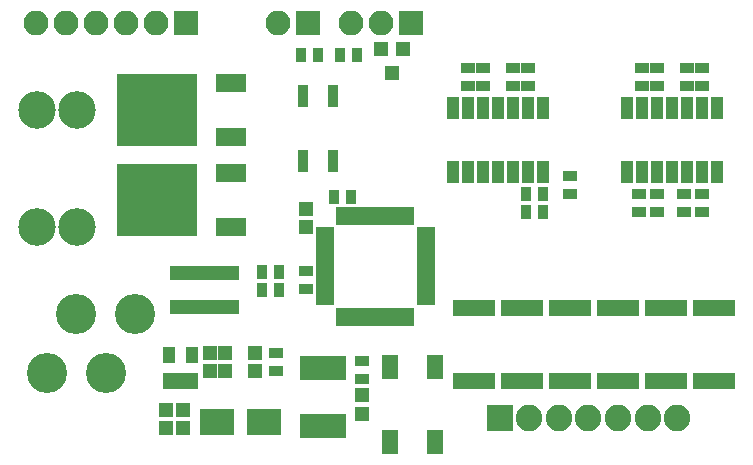
<source format=gbr>
G04 #@! TF.FileFunction,Soldermask,Top*
%FSLAX46Y46*%
G04 Gerber Fmt 4.6, Leading zero omitted, Abs format (unit mm)*
G04 Created by KiCad (PCBNEW 4.0.7) date 05/04/18 22:17:42*
%MOMM*%
%LPD*%
G01*
G04 APERTURE LIST*
%ADD10C,0.100000*%
%ADD11R,1.200000X1.150000*%
%ADD12R,1.150000X1.200000*%
%ADD13R,2.900000X2.200000*%
%ADD14R,1.200000X1.200000*%
%ADD15R,1.200000X1.300000*%
%ADD16R,3.900000X2.000000*%
%ADD17C,3.180000*%
%ADD18R,2.250000X2.250000*%
%ADD19C,2.250000*%
%ADD20C,3.400000*%
%ADD21R,2.100000X2.100000*%
%ADD22O,2.100000X2.100000*%
%ADD23R,2.600000X1.600000*%
%ADD24R,6.800000X6.200000*%
%ADD25R,3.600000X1.400000*%
%ADD26R,1.300000X0.900000*%
%ADD27R,0.900000X1.300000*%
%ADD28R,2.100000X1.300000*%
%ADD29R,1.400000X2.100000*%
%ADD30R,1.000000X1.900000*%
%ADD31R,1.050000X1.460000*%
%ADD32R,0.950000X1.850000*%
%ADD33R,1.600000X1.000000*%
%ADD34R,1.000000X1.600000*%
G04 APERTURE END LIST*
D10*
D11*
X55130000Y-75184000D03*
X56630000Y-75184000D03*
X56630000Y-73660000D03*
X55130000Y-73660000D03*
D12*
X58928000Y-68846000D03*
X58928000Y-70346000D03*
X60198000Y-70346000D03*
X60198000Y-68846000D03*
X67056000Y-56654000D03*
X67056000Y-58154000D03*
X62738000Y-70346000D03*
X62738000Y-68846000D03*
D13*
X63468000Y-74676000D03*
X59468000Y-74676000D03*
D14*
X71755000Y-72352000D03*
X71755000Y-73952000D03*
D15*
X75245000Y-43069000D03*
X73345000Y-43069000D03*
X74295000Y-45069000D03*
D16*
X68453000Y-74957000D03*
X68453000Y-70077000D03*
D17*
X47625000Y-48260000D03*
X44225000Y-48260000D03*
X47625000Y-58180000D03*
X44225000Y-58180000D03*
D18*
X83439000Y-74295000D03*
D19*
X85939000Y-74295000D03*
X88439000Y-74295000D03*
X90939000Y-74295000D03*
X93439000Y-74295000D03*
X95939000Y-74295000D03*
X98439000Y-74295000D03*
D20*
X52584360Y-65483740D03*
X50085000Y-70485000D03*
X45085000Y-70485000D03*
X47584360Y-65483740D03*
D21*
X67183000Y-40894000D03*
D22*
X64643000Y-40894000D03*
D21*
X56896000Y-40894000D03*
D22*
X54356000Y-40894000D03*
X51816000Y-40894000D03*
X49276000Y-40894000D03*
X46736000Y-40894000D03*
X44196000Y-40894000D03*
D21*
X75946000Y-40894000D03*
D22*
X73406000Y-40894000D03*
X70866000Y-40894000D03*
D23*
X60715000Y-50540000D03*
X60715000Y-45980000D03*
D24*
X54415000Y-48260000D03*
D23*
X60715000Y-58160000D03*
X60715000Y-53600000D03*
D24*
X54415000Y-55880000D03*
D25*
X81280000Y-71172000D03*
X81280000Y-64972000D03*
X85344000Y-71172000D03*
X85344000Y-64972000D03*
X89408000Y-71172000D03*
X89408000Y-64972000D03*
X93472000Y-71172000D03*
X93472000Y-64972000D03*
X97536000Y-71172000D03*
X97536000Y-64972000D03*
X101600000Y-71172000D03*
X101600000Y-64972000D03*
D26*
X99314000Y-46216000D03*
X99314000Y-44716000D03*
X100584000Y-46216000D03*
X100584000Y-44716000D03*
X96774000Y-46216000D03*
X96774000Y-44716000D03*
X95504000Y-46216000D03*
X95504000Y-44716000D03*
X96774000Y-55384000D03*
X96774000Y-56884000D03*
X95250000Y-55384000D03*
X95250000Y-56884000D03*
X99060000Y-55384000D03*
X99060000Y-56884000D03*
X100584000Y-55384000D03*
X100584000Y-56884000D03*
X84582000Y-46216000D03*
X84582000Y-44716000D03*
X85852000Y-46216000D03*
X85852000Y-44716000D03*
X82042000Y-46216000D03*
X82042000Y-44716000D03*
X80772000Y-46216000D03*
X80772000Y-44716000D03*
D27*
X85610000Y-56896000D03*
X87110000Y-56896000D03*
D26*
X89408000Y-55360000D03*
X89408000Y-53860000D03*
D27*
X87110000Y-55372000D03*
X85610000Y-55372000D03*
D26*
X71755000Y-69481000D03*
X71755000Y-70981000D03*
X67056000Y-63361000D03*
X67056000Y-61861000D03*
D27*
X70854000Y-55626000D03*
X69354000Y-55626000D03*
X64758000Y-61976000D03*
X63258000Y-61976000D03*
X64758000Y-63500000D03*
X63258000Y-63500000D03*
D28*
X58420000Y-64950000D03*
X58420000Y-62050000D03*
X60325000Y-64950000D03*
X60325000Y-62050000D03*
X56515000Y-64950000D03*
X56515000Y-62050000D03*
D27*
X66560000Y-43561000D03*
X68060000Y-43561000D03*
X69862000Y-43561000D03*
X71362000Y-43561000D03*
D26*
X64516000Y-70346000D03*
X64516000Y-68846000D03*
D29*
X74173000Y-76302000D03*
X74173000Y-70002000D03*
X77973000Y-76302000D03*
X77973000Y-70002000D03*
D30*
X101854000Y-48100000D03*
X100584000Y-48100000D03*
X99314000Y-48100000D03*
X98044000Y-48100000D03*
X96774000Y-48100000D03*
X95504000Y-48100000D03*
X94234000Y-48100000D03*
X94234000Y-53500000D03*
X95504000Y-53500000D03*
X96774000Y-53500000D03*
X98044000Y-53500000D03*
X99314000Y-53500000D03*
X100584000Y-53500000D03*
X101854000Y-53500000D03*
X87122000Y-48100000D03*
X85852000Y-48100000D03*
X84582000Y-48100000D03*
X83312000Y-48100000D03*
X82042000Y-48100000D03*
X80772000Y-48100000D03*
X79502000Y-48100000D03*
X79502000Y-53500000D03*
X80772000Y-53500000D03*
X82042000Y-53500000D03*
X83312000Y-53500000D03*
X84582000Y-53500000D03*
X85852000Y-53500000D03*
X87122000Y-53500000D03*
D31*
X55438000Y-71204000D03*
X56388000Y-71204000D03*
X57338000Y-71204000D03*
X57338000Y-69004000D03*
X55438000Y-69004000D03*
D32*
X69342000Y-47034000D03*
X66802000Y-47034000D03*
X66802000Y-52534000D03*
X69342000Y-52534000D03*
D33*
X68648000Y-58668000D03*
X68648000Y-59468000D03*
X68648000Y-60268000D03*
X68648000Y-61068000D03*
X68648000Y-61868000D03*
X68648000Y-62668000D03*
X68648000Y-63468000D03*
X68648000Y-64268000D03*
D34*
X70098000Y-65718000D03*
X70898000Y-65718000D03*
X71698000Y-65718000D03*
X72498000Y-65718000D03*
X73298000Y-65718000D03*
X74098000Y-65718000D03*
X74898000Y-65718000D03*
X75698000Y-65718000D03*
D33*
X77148000Y-64268000D03*
X77148000Y-63468000D03*
X77148000Y-62668000D03*
X77148000Y-61868000D03*
X77148000Y-61068000D03*
X77148000Y-60268000D03*
X77148000Y-59468000D03*
X77148000Y-58668000D03*
D34*
X75698000Y-57218000D03*
X74898000Y-57218000D03*
X74098000Y-57218000D03*
X73298000Y-57218000D03*
X72498000Y-57218000D03*
X71698000Y-57218000D03*
X70898000Y-57218000D03*
X70098000Y-57218000D03*
M02*

</source>
